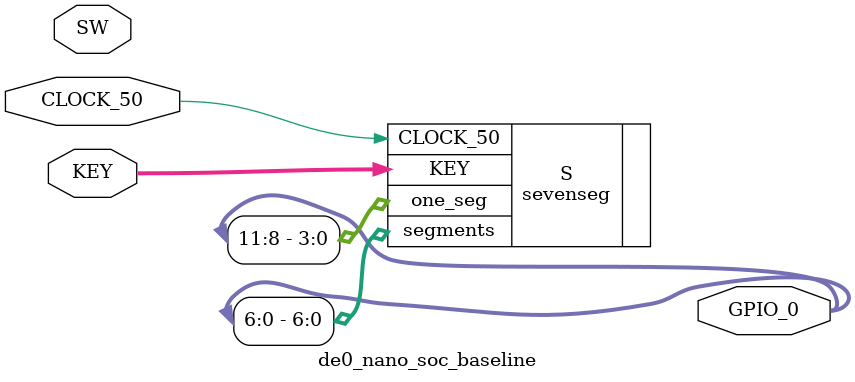
<source format=v>
module de0_nano_soc_baseline(
	input CLOCK_50,
	input	[1:0] KEY,
	input	[3:0]	SW, 
	output [35:0] GPIO_0);
	
	sevenseg S(.CLOCK_50(CLOCK_50), .KEY(KEY), .segments(GPIO_0[6:0]), .one_seg(GPIO_0[11:8]));
	
	
	
	//uart_rx res(.CLOCK_50(CLOCK_50), .rx(GPIO_0[1]), .LED(LED));
	
	
endmodule
	


</source>
